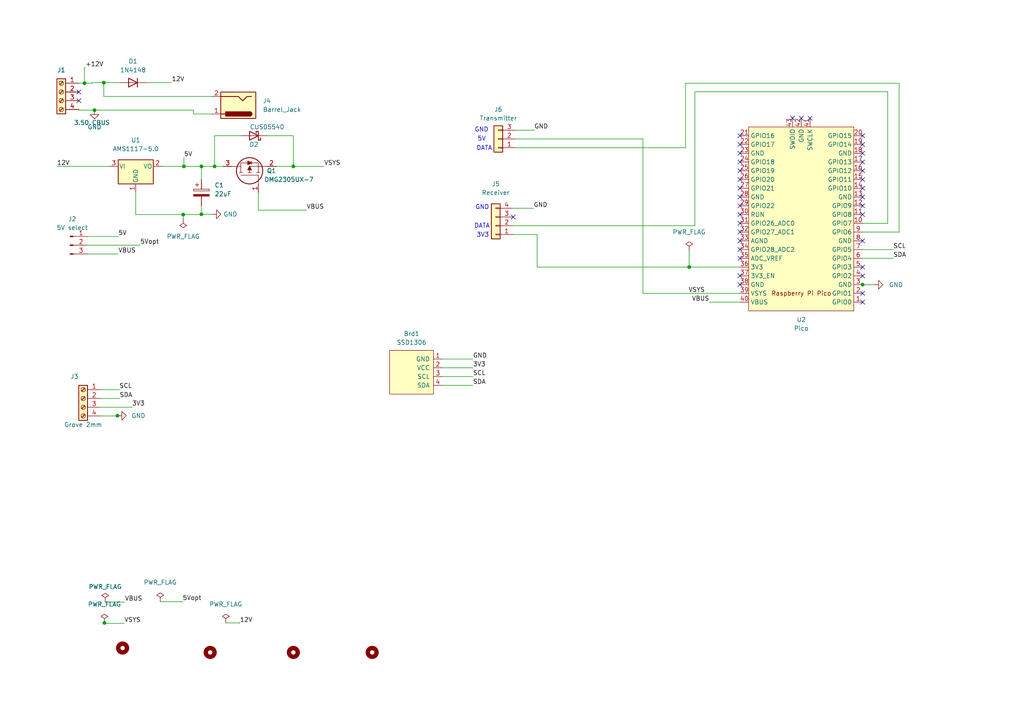
<source format=kicad_sch>
(kicad_sch (version 20211123) (generator eeschema)
  (paper "A4")
  (title_block (title "Pico RF transmit Receive ") (date "2024-06-29") (rev "1.0"))
  (lib_symbols
    (symbol "Connector:Barrel_Jack" (pin_names (offset 1.016))
      (property "Reference" "J" (at 0 5.334 0))
      (property "Value" "Barrel_Jack" (at 0 -5.08 0))
      (symbol "Barrel_Jack_0_1"
        (rectangle (start -5.08 3.81) (end 5.08 -3.81) (stroke (width 0.254)) (fill (type background)))
        (arc (start -3.302 3.175) (mid -3.937 2.54) (end -3.302 1.905) (stroke (width 0.254)))
        (arc (start -3.302 3.175) (mid -3.937 2.54) (end -3.302 1.905) (stroke (width 0.254)) (fill (type outline)))
        (polyline (pts (xy 5.08 2.54) (xy 3.81 2.54)) (stroke (width 0.254)))
        (polyline (pts (xy -3.81 -2.54) (xy -2.54 -2.54) (xy -1.27 -1.27) (xy 0 -2.54) (xy 2.54 -2.54) (xy 5.08 -2.54)) (stroke (width 0.254)))
        (rectangle (start 3.683 3.175) (end -3.302 1.905) (stroke (width 0.254)) (fill (type outline)))
      )
      (symbol "Barrel_Jack_1_1"
        (pin passive line (at 7.62 2.54 180) (length 2.54) (name "~") (number "1"))
        (pin passive line (at 7.62 -2.54 180) (length 2.54) (name "~") (number "2"))
      )
    )
    (symbol "Connector:Conn_01x03_Male" (pin_names (offset 1.016) hide)
      (property "Reference" "J" (at 0 5.08 0))
      (property "Value" "Conn_01x03_Male" (at 0 -5.08 0))
      (symbol "Conn_01x03_Male_1_1"
        (polyline (pts (xy 1.27 -2.54) (xy 0.8636 -2.54)) (stroke (width 0.1524)))
        (polyline (pts (xy 1.27 0) (xy 0.8636 0)) (stroke (width 0.1524)))
        (polyline (pts (xy 1.27 2.54) (xy 0.8636 2.54)) (stroke (width 0.1524)))
        (rectangle (start 0.8636 -2.413) (end 0 -2.667) (stroke (width 0.1524)) (fill (type outline)))
        (rectangle (start 0.8636 0.127) (end 0 -0.127) (stroke (width 0.1524)) (fill (type outline)))
        (rectangle (start 0.8636 2.667) (end 0 2.413) (stroke (width 0.1524)) (fill (type outline)))
        (pin passive line (at 5.08 2.54 180) (length 3.81) (name "Pin_1") (number "1"))
        (pin passive line (at 5.08 0 180) (length 3.81) (name "Pin_2") (number "2"))
        (pin passive line (at 5.08 -2.54 180) (length 3.81) (name "Pin_3") (number "3"))
      )
    )
    (symbol "Connector:Screw_Terminal_01x04" (pin_names (offset 1.016) hide)
      (property "Reference" "J" (at 0 5.08 0))
      (property "Value" "Screw_Terminal_01x04" (at 0 -7.62 0))
      (symbol "Screw_Terminal_01x04_1_1"
        (rectangle (start -1.27 3.81) (end 1.27 -6.35) (stroke (width 0.254)) (fill (type background)))
        (circle (center 0 -5.08) (radius 0.635) (stroke (width 0.1524)))
        (circle (center 0 -2.54) (radius 0.635) (stroke (width 0.1524)))
        (polyline (pts (xy -0.5334 -4.7498) (xy 0.3302 -5.588)) (stroke (width 0.1524)))
        (polyline (pts (xy -0.5334 -2.2098) (xy 0.3302 -3.048)) (stroke (width 0.1524)))
        (polyline (pts (xy -0.5334 0.3302) (xy 0.3302 -0.508)) (stroke (width 0.1524)))
        (polyline (pts (xy -0.5334 2.8702) (xy 0.3302 2.032)) (stroke (width 0.1524)))
        (polyline (pts (xy -0.3556 -4.572) (xy 0.508 -5.4102)) (stroke (width 0.1524)))
        (polyline (pts (xy -0.3556 -2.032) (xy 0.508 -2.8702)) (stroke (width 0.1524)))
        (polyline (pts (xy -0.3556 0.508) (xy 0.508 -0.3302)) (stroke (width 0.1524)))
        (polyline (pts (xy -0.3556 3.048) (xy 0.508 2.2098)) (stroke (width 0.1524)))
        (circle (center 0 0) (radius 0.635) (stroke (width 0.1524)))
        (circle (center 0 2.54) (radius 0.635) (stroke (width 0.1524)))
        (pin passive line (at -5.08 2.54 0) (length 3.81) (name "Pin_1") (number "1"))
        (pin passive line (at -5.08 0 0) (length 3.81) (name "Pin_2") (number "2"))
        (pin passive line (at -5.08 -2.54 0) (length 3.81) (name "Pin_3") (number "3"))
        (pin passive line (at -5.08 -5.08 0) (length 3.81) (name "Pin_4") (number "4"))
      )
    )
    (symbol "Connector_Generic:Conn_01x03" (pin_names (offset 1.016) hide)
      (property "Reference" "J" (at 0 5.08 0))
      (property "Value" "Conn_01x03" (at 0 -5.08 0))
      (symbol "Conn_01x03_1_1"
        (rectangle (start -1.27 -2.413) (end 0 -2.667) (stroke (width 0.1524)))
        (rectangle (start -1.27 0.127) (end 0 -0.127) (stroke (width 0.1524)))
        (rectangle (start -1.27 2.667) (end 0 2.413) (stroke (width 0.1524)))
        (rectangle (start -1.27 3.81) (end 1.27 -3.81) (stroke (width 0.254)) (fill (type background)))
        (pin passive line (at -5.08 2.54 0) (length 3.81) (name "Pin_1") (number "1"))
        (pin passive line (at -5.08 0 0) (length 3.81) (name "Pin_2") (number "2"))
        (pin passive line (at -5.08 -2.54 0) (length 3.81) (name "Pin_3") (number "3"))
      )
    )
    (symbol "Connector_Generic:Conn_01x04" (pin_names (offset 1.016) hide)
      (property "Reference" "J" (at 0 5.08 0))
      (property "Value" "Conn_01x04" (at 0 -7.62 0))
      (symbol "Conn_01x04_1_1"
        (rectangle (start -1.27 -4.953) (end 0 -5.207) (stroke (width 0.1524)))
        (rectangle (start -1.27 -2.413) (end 0 -2.667) (stroke (width 0.1524)))
        (rectangle (start -1.27 0.127) (end 0 -0.127) (stroke (width 0.1524)))
        (rectangle (start -1.27 2.667) (end 0 2.413) (stroke (width 0.1524)))
        (rectangle (start -1.27 3.81) (end 1.27 -6.35) (stroke (width 0.254)) (fill (type background)))
        (pin passive line (at -5.08 2.54 0) (length 3.81) (name "Pin_1") (number "1"))
        (pin passive line (at -5.08 0 0) (length 3.81) (name "Pin_2") (number "2"))
        (pin passive line (at -5.08 -2.54 0) (length 3.81) (name "Pin_3") (number "3"))
        (pin passive line (at -5.08 -5.08 0) (length 3.81) (name "Pin_4") (number "4"))
      )
    )
    (symbol "DMG2305:DMG2305UX-7" (pin_names (offset 0.762))
      (property "Reference" "Q" (at 11.43 3.81 0))
      (property "Value" "DMG2305UX-7" (at 11.43 1.27 0))
      (symbol "DMG2305UX-7_0_0"
        (pin passive line (at 0 0 0) (length 2.54) (name "~") (number "1"))
        (pin passive line (at 7.62 -5.08 90) (length 2.54) (name "~") (number "2"))
        (pin passive line (at 7.62 10.16 270) (length 2.54) (name "~") (number "3"))
      )
      (symbol "DMG2305UX-7_0_1"
        (polyline (pts (xy 5.842 -0.508) (xy 5.842 0.508)) (stroke (width 0.1524)))
        (polyline (pts (xy 5.842 0) (xy 7.62 0)) (stroke (width 0.1524)))
        (polyline (pts (xy 5.842 2.032) (xy 5.842 3.048)) (stroke (width 0.1524)))
        (polyline (pts (xy 5.842 5.588) (xy 5.842 4.572)) (stroke (width 0.1524)))
        (polyline (pts (xy 7.62 2.54) (xy 5.842 2.54)) (stroke (width 0.1524)))
        (polyline (pts (xy 7.62 2.54) (xy 7.62 -2.54)) (stroke (width 0.1524)))
        (polyline (pts (xy 7.62 5.08) (xy 5.842 5.08)) (stroke (width 0.1524)))
        (polyline (pts (xy 7.62 5.08) (xy 7.62 7.62)) (stroke (width 0.1524)))
        (polyline (pts (xy 8.128 2.032) (xy 9.144 2.032)) (stroke (width 0.1524)))
        (polyline (pts (xy 2.54 0) (xy 5.08 0) (xy 5.08 5.08)) (stroke (width 0.1524)))
        (polyline (pts (xy 8.636 2.032) (xy 8.636 0) (xy 7.62 0)) (stroke (width 0.1524)))
        (polyline (pts (xy 8.636 3.048) (xy 8.636 5.08) (xy 7.62 5.08)) (stroke (width 0.1524)))
        (polyline (pts (xy 7.62 2.54) (xy 6.604 3.048) (xy 6.604 2.032) (xy 7.62 2.54)) (stroke (width 0.254)) (fill (type outline)))
        (polyline (pts (xy 8.636 2.032) (xy 8.128 3.048) (xy 9.144 3.048) (xy 8.636 2.032)) (stroke (width 0.254)) (fill (type outline)))
        (circle (center 6.35 2.54) (radius 3.81) (stroke (width 0.254)))
      )
    )
    (symbol "Device:C_Polarized" (pin_numbers hide) (pin_names (offset 0.254))
      (property "Reference" "C" (at 0.635 2.54 0))
      (property "Value" "C_Polarized" (at 0.635 -2.54 0))
      (symbol "C_Polarized_0_1"
        (rectangle (start -2.286 0.508) (end 2.286 1.016))
        (polyline (pts (xy -1.778 2.286) (xy -0.762 2.286)))
        (polyline (pts (xy -1.27 2.794) (xy -1.27 1.778)))
        (rectangle (start 2.286 -0.508) (end -2.286 -1.016) (fill (type outline)))
      )
      (symbol "C_Polarized_1_1"
        (pin passive line (at 0 3.81 270) (length 2.794) (name "~") (number "1"))
        (pin passive line (at 0 -3.81 90) (length 2.794) (name "~") (number "2"))
      )
    )
    (symbol "Diode:1N4148" (pin_numbers hide) (pin_names hide)
      (property "Reference" "D" (at 0 2.54 0))
      (property "Value" "1N4148" (at 0 -2.54 0))
      (symbol "1N4148_0_1"
        (polyline (pts (xy -1.27 1.27) (xy -1.27 -1.27)) (stroke (width 0.254)))
        (polyline (pts (xy 1.27 0) (xy -1.27 0)))
        (polyline (pts (xy 1.27 1.27) (xy 1.27 -1.27) (xy -1.27 0) (xy 1.27 1.27)) (stroke (width 0.254)))
      )
      (symbol "1N4148_1_1"
        (pin passive line (at -3.81 0 0) (length 2.54) (name "K") (number "1"))
        (pin passive line (at 3.81 0 180) (length 2.54) (name "A") (number "2"))
      )
    )
    (symbol "Diode:MBR0520" (pin_numbers hide) (pin_names (offset 1.016) hide)
      (property "Reference" "D" (at 0 2.54 0))
      (property "Value" "MBR0520" (at 0 -2.54 0))
      (symbol "MBR0520_0_1"
        (polyline (pts (xy 1.27 0) (xy -1.27 0)))
        (polyline (pts (xy 1.27 1.27) (xy 1.27 -1.27) (xy -1.27 0) (xy 1.27 1.27)) (stroke (width 0.254)))
        (polyline (pts (xy -1.905 0.635) (xy -1.905 1.27) (xy -1.27 1.27) (xy -1.27 -1.27) (xy -0.635 -1.27) (xy -0.635 -0.635)) (stroke (width 0.254)))
      )
      (symbol "MBR0520_1_1"
        (pin passive line (at -3.81 0 0) (length 2.54) (name "K") (number "1"))
        (pin passive line (at 3.81 0 180) (length 2.54) (name "A") (number "2"))
      )
    )
    (symbol "MCU_RaspberryPi_and_Boards:Pico"
      (property "Reference" "U" (at -13.97 27.94 0))
      (property "Value" "Pico" (at 0 19.05 0))
      (symbol "Pico_0_0"
        (text "Raspberry Pi Pico" (at 0 21.59 0) (effects (font (size 1.27 1.27))))
      )
      (symbol "Pico_0_1"
        (rectangle (start -15.24 26.67) (end 15.24 -26.67) (fill (type background)))
      )
      (symbol "Pico_1_1"
        (pin bidirectional line (at -17.78 24.13 0) (length 2.54) (name "GPIO0") (number "1"))
        (pin bidirectional line (at -17.78 1.27 0) (length 2.54) (name "GPIO7") (number "10"))
        (pin bidirectional line (at -17.78 -1.27 0) (length 2.54) (name "GPIO8") (number "11"))
        (pin bidirectional line (at -17.78 -3.81 0) (length 2.54) (name "GPIO9") (number "12"))
        (pin power_in line (at -17.78 -6.35 0) (length 2.54) (name "GND") (number "13"))
        (pin bidirectional line (at -17.78 -8.89 0) (length 2.54) (name "GPIO10") (number "14"))
        (pin bidirectional line (at -17.78 -11.43 0) (length 2.54) (name "GPIO11") (number "15"))
        (pin bidirectional line (at -17.78 -13.97 0) (length 2.54) (name "GPIO12") (number "16"))
        (pin bidirectional line (at -17.78 -16.51 0) (length 2.54) (name "GPIO13") (number "17"))
        (pin power_in line (at -17.78 -19.05 0) (length 2.54) (name "GND") (number "18"))
        (pin bidirectional line (at -17.78 -21.59 0) (length 2.54) (name "GPIO14") (number "19"))
        (pin bidirectional line (at -17.78 21.59 0) (length 2.54) (name "GPIO1") (number "2"))
        (pin bidirectional line (at -17.78 -24.13 0) (length 2.54) (name "GPIO15") (number "20"))
        (pin bidirectional line (at 17.78 -24.13 180) (length 2.54) (name "GPIO16") (number "21"))
        (pin bidirectional line (at 17.78 -21.59 180) (length 2.54) (name "GPIO17") (number "22"))
        (pin power_in line (at 17.78 -19.05 180) (length 2.54) (name "GND") (number "23"))
        (pin bidirectional line (at 17.78 -16.51 180) (length 2.54) (name "GPIO18") (number "24"))
        (pin bidirectional line (at 17.78 -13.97 180) (length 2.54) (name "GPIO19") (number "25"))
        (pin bidirectional line (at 17.78 -11.43 180) (length 2.54) (name "GPIO20") (number "26"))
        (pin bidirectional line (at 17.78 -8.89 180) (length 2.54) (name "GPIO21") (number "27"))
        (pin power_in line (at 17.78 -6.35 180) (length 2.54) (name "GND") (number "28"))
        (pin bidirectional line (at 17.78 -3.81 180) (length 2.54) (name "GPIO22") (number "29"))
        (pin power_in line (at -17.78 19.05 0) (length 2.54) (name "GND") (number "3"))
        (pin input line (at 17.78 -1.27 180) (length 2.54) (name "RUN") (number "30"))
        (pin bidirectional line (at 17.78 1.27 180) (length 2.54) (name "GPIO26_ADC0") (number "31"))
        (pin bidirectional line (at 17.78 3.81 180) (length 2.54) (name "GPIO27_ADC1") (number "32"))
        (pin power_in line (at 17.78 6.35 180) (length 2.54) (name "AGND") (number "33"))
        (pin bidirectional line (at 17.78 8.89 180) (length 2.54) (name "GPIO28_ADC2") (number "34"))
        (pin power_in line (at 17.78 11.43 180) (length 2.54) (name "ADC_VREF") (number "35"))
        (pin power_in line (at 17.78 13.97 180) (length 2.54) (name "3V3") (number "36"))
        (pin input line (at 17.78 16.51 180) (length 2.54) (name "3V3_EN") (number "37"))
        (pin bidirectional line (at 17.78 19.05 180) (length 2.54) (name "GND") (number "38"))
        (pin power_in line (at 17.78 21.59 180) (length 2.54) (name "VSYS") (number "39"))
        (pin bidirectional line (at -17.78 16.51 0) (length 2.54) (name "GPIO2") (number "4"))
        (pin power_in line (at 17.78 24.13 180) (length 2.54) (name "VBUS") (number "40"))
        (pin input line (at -2.54 -29.21 90) (length 2.54) (name "SWCLK") (number "41"))
        (pin power_in line (at 0 -29.21 90) (length 2.54) (name "GND") (number "42"))
        (pin bidirectional line (at 2.54 -29.21 90) (length 2.54) (name "SWDIO") (number "43"))
        (pin bidirectional line (at -17.78 13.97 0) (length 2.54) (name "GPIO3") (number "5"))
        (pin bidirectional line (at -17.78 11.43 0) (length 2.54) (name "GPIO4") (number "6"))
        (pin bidirectional line (at -17.78 8.89 0) (length 2.54) (name "GPIO5") (number "7"))
        (pin power_in line (at -17.78 6.35 0) (length 2.54) (name "GND") (number "8"))
        (pin bidirectional line (at -17.78 3.81 0) (length 2.54) (name "GPIO6") (number "9"))
      )
    )
    (symbol "Mechanical:MountingHole" (pin_names (offset 1.016))
      (property "Reference" "H" (at 0 5.08 0))
      (property "Value" "MountingHole" (at 0 3.175 0))
      (symbol "MountingHole_0_1"
        (circle (center 0 0) (radius 1.27) (stroke (width 1.27)))
      )
    )
    (symbol "Regulator_Linear:AMS1117-5.0" (pin_names (offset 0.254))
      (property "Reference" "U" (at -3.81 3.175 0))
      (property "Value" "AMS1117-5.0" (at 0 3.175 0))
      (symbol "AMS1117-5.0_0_1"
        (rectangle (start -5.08 -5.08) (end 5.08 1.905) (stroke (width 0.254)) (fill (type background)))
      )
      (symbol "AMS1117-5.0_1_1"
        (pin power_in line (at 0 -7.62 90) (length 2.54) (name "GND") (number "1"))
        (pin power_out line (at 7.62 0 180) (length 2.54) (name "VO") (number "2"))
        (pin power_in line (at -7.62 0 0) (length 2.54) (name "VI") (number "3"))
      )
    )
    (symbol "SSD1306-128x64_OLED:SSD1306" (pin_names (offset 1.016))
      (property "Reference" "Brd" (at 0 -3.81 0))
      (property "Value" "SSD1306" (at 0 -1.27 0))
      (symbol "SSD1306_0_1"
        (rectangle (start -6.35 6.35) (end 6.35 -6.35) (fill (type background)))
      )
      (symbol "SSD1306_1_1"
        (pin input line (at -3.81 8.89 270) (length 2.54) (name "GND") (number "1"))
        (pin input line (at -1.27 8.89 270) (length 2.54) (name "VCC") (number "2"))
        (pin input line (at 1.27 8.89 270) (length 2.54) (name "SCL") (number "3"))
        (pin input line (at 3.81 8.89 270) (length 2.54) (name "SDA") (number "4"))
      )
    )
    (symbol "power:GND" (power) (pin_names (offset 0))
      (property "Value" "GND" (at 0 -3.81 0))
      (symbol "GND_0_1"
        (polyline (pts (xy 0 0) (xy 0 -1.27) (xy 1.27 -1.27) (xy 0 -2.54) (xy -1.27 -1.27) (xy 0 -1.27)))
      )
      (symbol "GND_1_1"
        (pin power_in line (at 0 0 270) (length 0) hide (name "GND") (number "1"))
      )
    )
    (symbol "power:PWR_FLAG" (power) (pin_numbers hide) (pin_names (offset 0) hide)
      (property "Value" "PWR_FLAG" (at 0 3.81 0))
      (symbol "PWR_FLAG_0_0"
        (pin power_out line (at 0 0 90) (length 0) (name "pwr") (number "1"))
      )
      (symbol "PWR_FLAG_0_1"
        (polyline (pts (xy 0 0) (xy 0 1.27) (xy -1.016 1.905) (xy 0 2.54) (xy 1.016 1.905) (xy 0 1.27)))
      )
    )
  )
  (junction (at 27.4135 31.9563))
  (junction (at 34.065 120.5719))
  (junction (at 58.42 62.1444))
  (junction (at 53.1444 62.23))
  (junction (at 250.19 82.55))
  (junction (at 30.293 180.6696))
  (junction (at 85.09 48.26))
  (junction (at 53.34 48.26))
  (junction (at 199.8815 77.47))
  (junction (at 58.42 48.26))
  (junction (at 24.5121 24.13))
  (junction (at 30.1068 23.9707))
  (junction (at 62.23 48.26))
  (no_connect (at 214.63 59.69))
  (no_connect (at 214.63 39.37))
  (no_connect (at 214.63 80.01))
  (no_connect (at 250.19 49.53))
  (no_connect (at 214.63 69.85))
  (no_connect (at 234.95 34.29))
  (no_connect (at 214.63 46.99))
  (no_connect (at 214.63 54.61))
  (no_connect (at 214.63 62.23))
  (no_connect (at 214.63 74.93))
  (no_connect (at 250.19 87.63))
  (no_connect (at 22.86 26.67))
  (no_connect (at 250.19 44.45))
  (no_connect (at 250.19 77.47))
  (no_connect (at 214.63 44.45))
  (no_connect (at 214.63 72.39))
  (no_connect (at 214.63 82.55))
  (no_connect (at 250.19 54.61))
  (no_connect (at 250.19 52.07))
  (no_connect (at 214.63 67.31))
  (no_connect (at 250.19 85.09))
  (no_connect (at 148.863 62.9363))
  (no_connect (at 232.41 34.29))
  (no_connect (at 250.19 80.01))
  (no_connect (at 22.86 29.21))
  (no_connect (at 214.63 57.15))
  (no_connect (at 229.87 34.29))
  (no_connect (at 214.63 49.53))
  (no_connect (at 250.19 59.69))
  (no_connect (at 214.63 41.91))
  (no_connect (at 250.19 46.99))
  (no_connect (at 250.19 62.23))
  (no_connect (at 250.19 69.85))
  (no_connect (at 214.63 64.77))
  (no_connect (at 214.63 52.07))
  (no_connect (at 250.19 39.37))
  (no_connect (at 250.19 57.15))
  (no_connect (at 250.19 41.91))
  (wire (pts (xy 24.5121 24.13) (xy 24.5121 19.651)))
  (wire (pts (xy 27.4135 31.9563) (xy 56.1509 31.9563)))
  (wire (pts (xy 257.4811 26.6046) (xy 257.4811 64.77)))
  (wire (pts (xy 80.01 48.26) (xy 85.09 48.26)))
  (wire (pts (xy 214.63 77.47) (xy 199.8815 77.47)))
  (wire (pts (xy 34.5851 113.03) (xy 34.5851 112.9493)))
  (wire (pts (xy 29.21 118.11) (xy 38.2808 118.11)))
  (wire (pts (xy 39.37 55.88) (xy 39.37 62.23)))
  (wire (pts (xy 26.67 23.9707) (xy 26.67 24.13)))
  (wire (pts (xy 128.27 109.22) (xy 137.16 109.22)))
  (wire (pts (xy 186.4763 40.3091) (xy 186.4763 85.09)))
  (wire (pts (xy 257.4811 64.77) (xy 250.19 64.77)))
  (wire (pts (xy 250.19 74.93) (xy 259.08 74.93)))
  (wire (pts (xy 58.42 62.1444) (xy 58.42 62.23)))
  (wire (pts (xy 58.42 48.26) (xy 58.42 52.07)))
  (wire (pts (xy 42.3851 23.9707) (xy 49.8013 23.9707)))
  (wire (pts (xy 198.8163 24.1548) (xy 260.7788 24.1548)))
  (wire (pts (xy 148.863 60.3963) (xy 154.7512 60.3963)))
  (wire (pts (xy 205.74 87.63) (xy 214.63 87.63)))
  (wire (pts (xy 155.7832 77.47) (xy 155.7832 68.0163)))
  (wire (pts (xy 58.42 59.69) (xy 58.42 62.1444)))
  (wire (pts (xy 34.065 120.65) (xy 34.065 120.5719)))
  (wire (pts (xy 34.6544 115.57) (xy 34.6544 115.5812)))
  (wire (pts (xy 22.86 31.9563) (xy 22.86 31.75)))
  (wire (pts (xy 198.8163 42.8491) (xy 198.8163 24.1548)))
  (wire (pts (xy 85.09 39.37) (xy 85.09 48.26)))
  (wire (pts (xy 201.5471 65.4763) (xy 201.5471 26.6046)))
  (wire (pts (xy 149.6139 37.7691) (xy 154.9231 37.7691)))
  (wire (pts (xy 29.21 113.03) (xy 34.5851 113.03)))
  (wire (pts (xy 149.6139 42.8491) (xy 198.8163 42.8491)))
  (wire (pts (xy 250.19 82.5868) (xy 250.19 82.55)))
  (wire (pts (xy 69.85 39.37) (xy 62.23 39.37)))
  (wire (pts (xy 85.09 48.26) (xy 93.98 48.26)))
  (wire (pts (xy 25.4 68.58) (xy 34.29 68.58)))
  (wire (pts (xy 53.1444 62.23) (xy 58.42 62.23)))
  (wire (pts (xy 16.51 48.26) (xy 31.75 48.26)))
  (wire (pts (xy 30.1068 27.9788) (xy 30.1068 23.9707)))
  (wire (pts (xy 260.7788 24.1548) (xy 260.7788 67.31)))
  (wire (pts (xy 56.1509 33.0588) (xy 61.4947 33.0588)))
  (wire (pts (xy 253.5314 82.5868) (xy 250.19 82.5868)))
  (wire (pts (xy 36.0337 180.8186) (xy 30.293 180.8186)))
  (wire (pts (xy 39.37 62.23) (xy 53.1444 62.23)))
  (wire (pts (xy 201.5471 26.6046) (xy 257.4811 26.6046)))
  (wire (pts (xy 260.7788 67.31) (xy 250.19 67.31)))
  (wire (pts (xy 25.4 71.12) (xy 40.64 71.12)))
  (wire (pts (xy 155.7832 68.0163) (xy 148.863 68.0163)))
  (wire (pts (xy 149.6139 40.3091) (xy 186.4763 40.3091)))
  (wire (pts (xy 77.47 39.37) (xy 85.09 39.37)))
  (wire (pts (xy 53.34 45.72) (xy 53.34 48.26)))
  (wire (pts (xy 22.86 31.9563) (xy 27.4135 31.9563)))
  (wire (pts (xy 128.27 104.14) (xy 137.16 104.14)))
  (wire (pts (xy 52.9373 174.5064) (xy 52.9373 174.4588)))
  (wire (pts (xy 25.4 73.66) (xy 34.29 73.66)))
  (wire (pts (xy 154.7512 60.3963) (xy 154.7512 60.4473)))
  (wire (pts (xy 24.5121 24.13) (xy 26.67 24.13)))
  (wire (pts (xy 74.93 60.96) (xy 88.9 60.96)))
  (wire (pts (xy 62.23 48.26) (xy 64.77 48.26)))
  (wire (pts (xy 148.863 65.4763) (xy 201.5471 65.4763)))
  (wire (pts (xy 22.86 24.13) (xy 24.5121 24.13)))
  (wire (pts (xy 29.21 120.65) (xy 34.065 120.65)))
  (wire (pts (xy 34.7651 23.9707) (xy 30.1068 23.9707)))
  (wire (pts (xy 128.27 106.68) (xy 137.16 106.68)))
  (wire (pts (xy 30.5108 174.6262) (xy 36.2011 174.6262)))
  (wire (pts (xy 46.4714 174.5064) (xy 52.9373 174.5064)))
  (wire (pts (xy 58.42 62.1444) (xy 61.51 62.1444)))
  (wire (pts (xy 154.9231 37.7691) (xy 154.9231 37.6769)))
  (wire (pts (xy 24.5121 19.651) (xy 24.7497 19.651)))
  (wire (pts (xy 128.27 111.76) (xy 137.16 111.76)))
  (wire (pts (xy 56.1509 31.9563) (xy 56.1509 33.0588)))
  (wire (pts (xy 199.8815 72.6681) (xy 199.8815 77.47)))
  (wire (pts (xy 250.19 72.39) (xy 259.08 72.39)))
  (wire (pts (xy 74.93 60.96) (xy 74.93 55.88)))
  (wire (pts (xy 53.34 48.26) (xy 58.42 48.26)))
  (wire (pts (xy 53.1444 62.23) (xy 53.1444 63.4959)))
  (wire (pts (xy 61.4947 27.9788) (xy 30.1068 27.9788)))
  (wire (pts (xy 62.23 39.37) (xy 62.23 48.26)))
  (wire (pts (xy 30.1068 23.9707) (xy 26.67 23.9707)))
  (wire (pts (xy 69.5486 180.6696) (xy 69.5486 180.8186)))
  (wire (pts (xy 65.4745 180.6696) (xy 69.5486 180.6696)))
  (wire (pts (xy 186.4763 85.09) (xy 214.63 85.09)))
  (wire (pts (xy 46.99 48.26) (xy 53.34 48.26)))
  (wire (pts (xy 30.293 180.8186) (xy 30.293 180.6696)))
  (wire (pts (xy 199.8815 77.47) (xy 155.7832 77.47)))
  (wire (pts (xy 38.2808 118.11) (xy 38.2808 118.0266)))
  (wire (pts (xy 29.21 115.57) (xy 34.6544 115.57)))
  (wire (pts (xy 58.42 48.26) (xy 62.23 48.26)))
  (text "GND\n" (at 137.6397 38.4765 0) (effects (font (size 1.27 1.27)) (justify left bottom)))
  (text "GND\n" (at 137.8326 60.9438 0) (effects (font (size 1.27 1.27)) (justify left bottom)))
  (text "DATA" (at 138.164 43.8245 0) (effects (font (size 1.27 1.27)) (justify left bottom)))
  (text "3V3\n" (at 138.172 69.0029 0) (effects (font (size 1.27 1.27)) (justify left bottom)))
  (text "DATA\n" (at 137.4933 66.3731 0) (effects (font (size 1.27 1.27)) (justify left bottom)))
  (text "5V" (at 138.4786 41.0981 0) (effects (font (size 1.27 1.27)) (justify left bottom)))
  (label "VBUS" (at 34.29 73.66 0))
  (label "12V" (at 16.51 48.26 0))
  (label "VBUS" (at 88.9 60.96 0))
  (label "SCL" (at 137.16 109.22 0))
  (label "VBUS" (at 205.74 87.63 180))
  (label "GND" (at 154.9231 37.6769 0))
  (label "+12V" (at 24.7497 19.651 0))
  (label "3V3" (at 38.2808 118.0266 0))
  (label "SDA" (at 259.08 74.93 0))
  (label "5Vopt" (at 40.64 71.12 0))
  (label "3V3" (at 137.16 106.68 0))
  (label "12V" (at 49.8013 23.9707 0))
  (label "5V" (at 34.29 68.58 0))
  (label "VSYS" (at 204.47 85.09 180))
  (label "5Vopt" (at 52.9373 174.4588 0))
  (label "5V" (at 53.34 45.72 0))
  (label "GND" (at 137.16 104.14 0))
  (label "SCL" (at 259.08 72.39 0))
  (label "VBUS" (at 36.2011 174.6262 0))
  (label "GND" (at 154.7512 60.4473 0))
  (label "SDA" (at 34.6544 115.5812 0))
  (label "VSYS" (at 36.0337 180.8186 0))
  (label "12V" (at 69.5486 180.8186 0))
  (label "SCL" (at 34.5851 112.9493 0))
  (label "VSYS" (at 93.98 48.26 0))
  (label "SDA" (at 137.16 111.76 0))
  (symbol (lib_id "Mechanical:MountingHole") (at 107.95 189.23 0) (unit 1)
    (property "Reference" "H4" (effects hide))
    (property "Value" "MountingHole" (effects hide))
    (property "Footprint" "MountingHole:MountingHole_3.2mm_M3" (effects hide))
  )
  (symbol (lib_id "power:PWR_FLAG") (at 46.4714 174.5064 0) (unit 1)
    (property "Reference" "#FLG03" (effects hide))
    (property "Value" "PWR_FLAG" (at 46.4714 168.91 0))
  )
  (symbol (lib_id "power:PWR_FLAG") (at 30.293 180.6696 0) (unit 1)
    (property "Reference" "#FLG01" (effects hide))
    (property "Value" "PWR_FLAG" (at 30.293 175.26 0))
  )
  (symbol (lib_id "SSD1306-128x64_OLED:SSD1306") (at 119.38 107.95 270) (unit 1)
    (property "Reference" "Brd1" (at 119.38 96.7887 90))
    (property "Value" "SSD1306" (at 119.38 99.3287 90))
    (property "Footprint" "SSD1306:128x64OLED" (effects hide))
  )
  (symbol (lib_id "power:PWR_FLAG") (at 53.1444 63.4959 180) (unit 1)
    (property "Reference" "#FLG04" (effects hide))
    (property "Value" "PWR_FLAG" (at 53.1444 68.58 0))
  )
  (symbol (lib_id "power:PWR_FLAG") (at 65.4745 180.6696 0) (unit 1)
    (property "Reference" "#FLG05" (effects hide))
    (property "Value" "PWR_FLAG" (at 65.4745 175.26 0))
  )
  (symbol (lib_id "DMG2305:DMG2305UX-7") (at 74.93 55.88 90) (unit 1)
    (property "Reference" "Q1" (at 78.74 49.53 90))
    (property "Value" "DMG2305UX-7" (at 83.82 52.07 90))
    (property "Footprint" "Package_TO_SOT_SMD:SOT-23" (effects hide))
    (property "Datasheet" "https://www.diodes.com/assets/Datasheets/DMG2305UX.pdf" (effects hide))
    (property "Description" "MOSFET P-Ch 20V 5A Enhancement SOT23 Diodes Inc DMG2305UX-7 P-channel MOSFET Transistor, -3.3 A, -20 V, 3-Pin SOT-23" (effects hide))
    (property "Height" "1.1" (effects hide))
    (property "Mouser Part Number" "621-DMG2305UX-7" (effects hide))
    (property "Mouser Price/Stock" "https://www.mouser.co.uk/ProductDetail/Diodes-Incorporated/DMG2305UX-7?qs=L1DZKBg7t5F%2FNBHrjfxC%252Bg%3D%3D" (effects hide))
    (property "Manufacturer_Name" "Diodes Inc." (effects hide))
    (property "Manufacturer_Part_Number" "DMG2305UX-7" (effects hide))
  )
  (symbol (lib_id "Connector_Generic:Conn_01x04") (at 143.783 65.4763 180) (unit 1)
    (property "Reference" "J5" (at 143.783 53.34 0))
    (property "Value" "Receiver" (at 143.783 55.88 0))
    (property "Footprint" "Connector_PinHeader_2.54mm:PinHeader_1x04_P2.54mm_Vertical" (effects hide))
  )
  (symbol (lib_id "Mechanical:MountingHole") (at 35.56 187.96 0) (unit 1)
    (property "Reference" "H1" (effects hide))
    (property "Value" "MountingHole" (effects hide))
    (property "Footprint" "MountingHole:MountingHole_3.2mm_M3" (effects hide))
  )
  (symbol (lib_id "Connector:Barrel_Jack") (at 69.1147 30.5188 180) (unit 1)
    (property "Reference" "J4" (at 76.2 29.2487 0) (effects (justify right)))
    (property "Value" "Barrel_Jack" (at 76.2 31.7887 0) (effects (justify right)))
    (property "Footprint" "Connector_BarrelJack:BarrelJack_CUI_PJ-102AH_Horizontal" (effects hide))
  )
  (symbol (lib_id "Connector:Screw_Terminal_01x04") (at 24.13 115.57 0) (mirror y) (unit 1)
    (property "Reference" "J3" (at 21.59 109.22 0))
    (property "Value" "Grove 2mm" (at 24.13 123.19 0))
    (property "Footprint" "OPL_Connector:HW4-2.0" (effects hide))
  )
  (symbol (lib_id "Connector:Screw_Terminal_01x04") (at 17.78 26.67 0) (mirror y) (unit 1)
    (property "Reference" "J1" (at 17.78 20.32 0))
    (property "Value" "3.50 CBUS " (at 26.67 35.56 0))
    (property "Footprint" "TerminalBlock_Phoenix:TerminalBlock_Phoenix_PT-1,5-4-3.5-H_1x04_P3.50mm_Horizontal" (effects hide))
  )
  (symbol (lib_id "power:GND") (at 34.065 120.5719 90) (mirror x) (unit 1)
    (property "Reference" "#PWR02" (effects hide))
    (property "Value" "GND" (at 38.1 120.5718 90) (effects (justify right)))
  )
  (symbol (lib_id "Device:C_Polarized") (at 58.42 55.88 0) (unit 1)
    (property "Reference" "C1" (at 62.23 53.7209 0) (effects (justify left)))
    (property "Value" "22uF" (at 62.23 56.2609 0) (effects (justify left)))
    (property "Footprint" "Capacitor_THT:CP_Radial_Tantal_D7.0mm_P5.00mm" (effects hide))
  )
  (symbol (lib_id "Connector:Conn_01x03_Male") (at 20.32 71.12 0) (unit 1)
    (property "Reference" "J2" (at 20.955 63.5 0))
    (property "Value" "5V select" (at 20.955 66.04 0))
    (property "Footprint" "Connector_PinHeader_2.54mm:PinHeader_1x03_P2.54mm_Vertical" (effects hide))
  )
  (symbol (lib_id "Regulator_Linear:AMS1117-5.0") (at 39.37 48.26 0) (unit 1)
    (property "Reference" "U1" (at 39.37 40.64 0))
    (property "Value" "AMS1117-5.0" (at 39.37 43.18 0))
    (property "Footprint" "Package_TO_SOT_SMD:SOT-223-3_TabPin2" (effects hide))
    (property "Datasheet" "http://www.advanced-monolithic.com/pdf/ds1117.pdf" (effects hide))
  )
  (symbol (lib_id "Mechanical:MountingHole") (at 60.96 189.23 0) (unit 1)
    (property "Reference" "H2" (effects hide))
    (property "Value" "MountingHole" (effects hide))
    (property "Footprint" "MountingHole:MountingHole_3.2mm_M3" (effects hide))
  )
  (symbol (lib_id "power:GND") (at 27.4135 31.9563 0) (unit 1)
    (property "Reference" "#PWR01" (effects hide))
    (property "Value" "GND" (at 27.4135 36.83 0))
  )
  (symbol (lib_id "MCU_RaspberryPi_and_Boards:Pico") (at 232.41 63.5 180) (unit 1)
    (property "Reference" "U2" (at 232.41 92.71 0))
    (property "Value" "Pico" (at 232.41 95.25 0))
    (property "Footprint" "MCU_RaspberryPi_and_Boards:RP2040Pico" (effects hide))
  )
  (symbol (lib_id "Diode:1N4148") (at 38.5751 23.9707 180) (unit 1)
    (property "Reference" "D1" (at 38.5751 17.78 0))
    (property "Value" "1N4148" (at 38.5751 20.32 0))
    (property "Footprint" "Diode_THT:D_DO-35_SOD27_P7.62mm_Horizontal" (effects hide))
    (property "Datasheet" "https://assets.nexperia.com/documents/data-sheet/1N4148_1N4448.pdf" (effects hide))
  )
  (symbol (lib_id "Mechanical:MountingHole") (at 85.09 189.23 0) (unit 1)
    (property "Reference" "H3" (effects hide))
    (property "Value" "MountingHole" (effects hide))
    (property "Footprint" "MountingHole:MountingHole_3.2mm_M3" (effects hide))
  )
  (symbol (lib_id "Connector_Generic:Conn_01x03") (at 144.5339 40.3091 180) (unit 1)
    (property "Reference" "J6" (at 144.5339 31.75 0))
    (property "Value" "Transmitter" (at 144.5339 34.29 0))
    (property "Footprint" "Connector_PinHeader_2.54mm:PinHeader_1x03_P2.54mm_Vertical" (effects hide))
  )
  (symbol (lib_id "power:PWR_FLAG") (at 199.8815 72.6681 0) (unit 1)
    (property "Reference" "#FLG06" (effects hide))
    (property "Value" "PWR_FLAG" (at 199.8815 67.31 0))
  )
  (symbol (lib_id "power:PWR_FLAG") (at 30.5108 174.6262 0) (unit 1)
    (property "Reference" "#FLG02" (effects hide))
    (property "Value" "PWR_FLAG" (at 30.5108 170.18 0))
  )
  (symbol (lib_id "power:GND") (at 253.5314 82.5868 90) (unit 1)
    (property "Reference" "#PWR04" (effects hide))
    (property "Value" "GND" (at 257.81 82.5867 90) (effects (justify right)))
  )
  (symbol (lib_id "Diode:MBR0520") (at 73.66 39.37 180) (unit 1)
    (property "Reference" "D2" (at 73.66 41.91 0))
    (property "Value" "CUS05540" (at 77.47 36.83 0))
    (property "Footprint" "Diode_SMD:D_SOD-123" (effects hide))
    (property "Datasheet" "http://www.mccsemi.com/up_pdf/MBR0520~MBR0580(SOD123).pdf" (effects hide))
  )
  (symbol (lib_id "power:GND") (at 61.51 62.1444 90) (unit 1)
    (property "Reference" "#PWR03" (effects hide))
    (property "Value" "GND" (at 64.77 62.1443 90) (effects (justify right)))
  )
)
</source>
